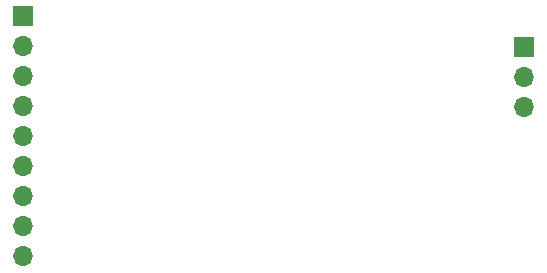
<source format=gbr>
%TF.GenerationSoftware,KiCad,Pcbnew,(6.0.0-0)*%
%TF.CreationDate,2022-03-20T10:52:18-04:00*%
%TF.ProjectId,ADC-smal,4144432d-736d-4616-9c2e-6b696361645f,rev?*%
%TF.SameCoordinates,Original*%
%TF.FileFunction,Soldermask,Bot*%
%TF.FilePolarity,Negative*%
%FSLAX46Y46*%
G04 Gerber Fmt 4.6, Leading zero omitted, Abs format (unit mm)*
G04 Created by KiCad (PCBNEW (6.0.0-0)) date 2022-03-20 10:52:18*
%MOMM*%
%LPD*%
G01*
G04 APERTURE LIST*
%ADD10R,1.700000X1.700000*%
%ADD11O,1.700000X1.700000*%
G04 APERTURE END LIST*
D10*
%TO.C,J2*%
X106172000Y-52334000D03*
D11*
X106172000Y-54874000D03*
X106172000Y-57414000D03*
X106172000Y-59954000D03*
X106172000Y-62494000D03*
X106172000Y-65034000D03*
X106172000Y-67574000D03*
X106172000Y-70114000D03*
X106172000Y-72654000D03*
%TD*%
D10*
%TO.C,J1*%
X148590000Y-54879000D03*
D11*
X148590000Y-57419000D03*
X148590000Y-59959000D03*
%TD*%
M02*

</source>
